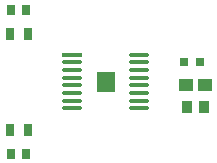
<source format=gbr>
G04*
G04 #@! TF.GenerationSoftware,Altium Limited,Altium Designer,22.4.2 (48)*
G04*
G04 Layer_Color=8421504*
%FSLAX25Y25*%
%MOIN*%
G70*
G04*
G04 #@! TF.SameCoordinates,1BD04265-7303-4BE0-B696-FC490152C648*
G04*
G04*
G04 #@! TF.FilePolarity,Positive*
G04*
G01*
G75*
%ADD13R,0.05918X0.07139*%
%ADD14R,0.03150X0.03740*%
%ADD15R,0.03150X0.03937*%
G04:AMPARAMS|DCode=16|XSize=65.17mil|YSize=14.99mil|CornerRadius=7.5mil|HoleSize=0mil|Usage=FLASHONLY|Rotation=0.000|XOffset=0mil|YOffset=0mil|HoleType=Round|Shape=RoundedRectangle|*
%AMROUNDEDRECTD16*
21,1,0.06517,0.00000,0,0,0.0*
21,1,0.05018,0.01499,0,0,0.0*
1,1,0.01499,0.02509,0.00000*
1,1,0.01499,-0.02509,0.00000*
1,1,0.01499,-0.02509,0.00000*
1,1,0.01499,0.02509,0.00000*
%
%ADD16ROUNDEDRECTD16*%
%ADD17R,0.06517X0.01499*%
%ADD18R,0.03740X0.04134*%
%ADD19R,0.02559X0.02756*%
%ADD20R,0.04758X0.03985*%
D13*
X56000Y42000D02*
D03*
D14*
X29461Y18000D02*
D03*
X24539D02*
D03*
X29461Y66000D02*
D03*
X24539D02*
D03*
D15*
X29953Y26000D02*
D03*
X24047D02*
D03*
X29953Y58000D02*
D03*
X24047D02*
D03*
D16*
X67124Y50957D02*
D03*
Y48398D02*
D03*
Y45839D02*
D03*
Y43279D02*
D03*
Y40720D02*
D03*
Y38161D02*
D03*
Y35602D02*
D03*
Y33043D02*
D03*
X44876D02*
D03*
Y35602D02*
D03*
Y38161D02*
D03*
Y40720D02*
D03*
Y43279D02*
D03*
Y45839D02*
D03*
Y48398D02*
D03*
D17*
Y50957D02*
D03*
D18*
X88647Y33567D02*
D03*
X82938D02*
D03*
D19*
X87315Y48500D02*
D03*
X82000D02*
D03*
D20*
X82686Y41000D02*
D03*
X89000D02*
D03*
M02*

</source>
